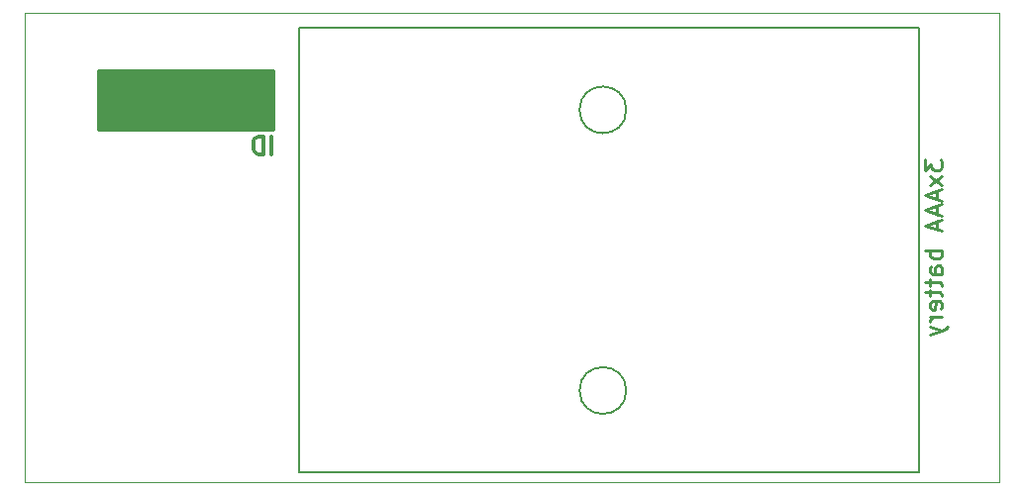
<source format=gbr>
G04 #@! TF.FileFunction,Legend,Bot*
%FSLAX46Y46*%
G04 Gerber Fmt 4.6, Leading zero omitted, Abs format (unit mm)*
G04 Created by KiCad (PCBNEW 4.0.2+dfsg1-2~bpo8+1-stable) date vr 27 mei 2016 03:00:12 CEST*
%MOMM*%
G01*
G04 APERTURE LIST*
%ADD10C,0.100000*%
%ADD11C,0.300000*%
%ADD12C,0.150000*%
%ADD13C,0.250000*%
%ADD14C,0.254000*%
G04 APERTURE END LIST*
D10*
X219456000Y-140716000D02*
X136144000Y-140716000D01*
X219456000Y-100584000D02*
X219456000Y-140716000D01*
X136144000Y-100584000D02*
X219456000Y-100584000D01*
X136144000Y-140716000D02*
X136144000Y-100584000D01*
D11*
X157214000Y-112692571D02*
X157214000Y-111192571D01*
X156499714Y-112692571D02*
X156499714Y-111192571D01*
X156142571Y-111192571D01*
X155928286Y-111264000D01*
X155785428Y-111406857D01*
X155714000Y-111549714D01*
X155642571Y-111835429D01*
X155642571Y-112049714D01*
X155714000Y-112335429D01*
X155785428Y-112478286D01*
X155928286Y-112621143D01*
X156142571Y-112692571D01*
X156499714Y-112692571D01*
D12*
X187550000Y-108920000D02*
G75*
G03X187550000Y-108920000I-2000000J0D01*
G01*
X187550000Y-132920000D02*
G75*
G03X187550000Y-132920000I-2000000J0D01*
G01*
X212550000Y-101920000D02*
X212550000Y-139920000D01*
X212550000Y-139920000D02*
X159550000Y-139920000D01*
X159550000Y-139920000D02*
X159550000Y-101920000D01*
X159550000Y-101920000D02*
X212550000Y-101920000D01*
D13*
X213046571Y-113150001D02*
X213046571Y-114078572D01*
X213618000Y-113578572D01*
X213618000Y-113792858D01*
X213689429Y-113935715D01*
X213760857Y-114007144D01*
X213903714Y-114078572D01*
X214260857Y-114078572D01*
X214403714Y-114007144D01*
X214475143Y-113935715D01*
X214546571Y-113792858D01*
X214546571Y-113364286D01*
X214475143Y-113221429D01*
X214403714Y-113150001D01*
X214546571Y-114578572D02*
X213546571Y-115364286D01*
X213546571Y-114578572D02*
X214546571Y-115364286D01*
X214118000Y-115864286D02*
X214118000Y-116578572D01*
X214546571Y-115721429D02*
X213046571Y-116221429D01*
X214546571Y-116721429D01*
X214118000Y-117150000D02*
X214118000Y-117864286D01*
X214546571Y-117007143D02*
X213046571Y-117507143D01*
X214546571Y-118007143D01*
X214118000Y-118435714D02*
X214118000Y-119150000D01*
X214546571Y-118292857D02*
X213046571Y-118792857D01*
X214546571Y-119292857D01*
X214546571Y-120935714D02*
X213046571Y-120935714D01*
X213618000Y-120935714D02*
X213546571Y-121078571D01*
X213546571Y-121364285D01*
X213618000Y-121507142D01*
X213689429Y-121578571D01*
X213832286Y-121650000D01*
X214260857Y-121650000D01*
X214403714Y-121578571D01*
X214475143Y-121507142D01*
X214546571Y-121364285D01*
X214546571Y-121078571D01*
X214475143Y-120935714D01*
X214546571Y-122935714D02*
X213760857Y-122935714D01*
X213618000Y-122864285D01*
X213546571Y-122721428D01*
X213546571Y-122435714D01*
X213618000Y-122292857D01*
X214475143Y-122935714D02*
X214546571Y-122792857D01*
X214546571Y-122435714D01*
X214475143Y-122292857D01*
X214332286Y-122221428D01*
X214189429Y-122221428D01*
X214046571Y-122292857D01*
X213975143Y-122435714D01*
X213975143Y-122792857D01*
X213903714Y-122935714D01*
X213546571Y-123435714D02*
X213546571Y-124007143D01*
X213046571Y-123650000D02*
X214332286Y-123650000D01*
X214475143Y-123721428D01*
X214546571Y-123864286D01*
X214546571Y-124007143D01*
X213546571Y-124292857D02*
X213546571Y-124864286D01*
X213046571Y-124507143D02*
X214332286Y-124507143D01*
X214475143Y-124578571D01*
X214546571Y-124721429D01*
X214546571Y-124864286D01*
X214475143Y-125935714D02*
X214546571Y-125792857D01*
X214546571Y-125507143D01*
X214475143Y-125364286D01*
X214332286Y-125292857D01*
X213760857Y-125292857D01*
X213618000Y-125364286D01*
X213546571Y-125507143D01*
X213546571Y-125792857D01*
X213618000Y-125935714D01*
X213760857Y-126007143D01*
X213903714Y-126007143D01*
X214046571Y-125292857D01*
X214546571Y-126650000D02*
X213546571Y-126650000D01*
X213832286Y-126650000D02*
X213689429Y-126721428D01*
X213618000Y-126792857D01*
X213546571Y-126935714D01*
X213546571Y-127078571D01*
X213546571Y-127435714D02*
X214546571Y-127792857D01*
X213546571Y-128149999D02*
X214546571Y-127792857D01*
X214903714Y-127649999D01*
X214975143Y-127578571D01*
X215046571Y-127435714D01*
D14*
G36*
X157353000Y-110617000D02*
X142367000Y-110617000D01*
X142367000Y-105537000D01*
X157353000Y-105537000D01*
X157353000Y-110617000D01*
X157353000Y-110617000D01*
G37*
X157353000Y-110617000D02*
X142367000Y-110617000D01*
X142367000Y-105537000D01*
X157353000Y-105537000D01*
X157353000Y-110617000D01*
M02*

</source>
